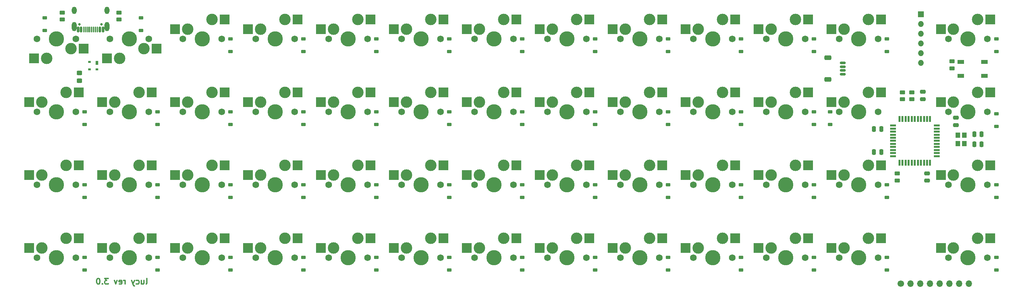
<source format=gbr>
%TF.GenerationSoftware,KiCad,Pcbnew,7.0.1-0*%
%TF.CreationDate,2023-04-12T11:46:53-05:00*%
%TF.ProjectId,pcb,7063622e-6b69-4636-9164-5f7063625858,rev?*%
%TF.SameCoordinates,Original*%
%TF.FileFunction,Soldermask,Bot*%
%TF.FilePolarity,Negative*%
%FSLAX46Y46*%
G04 Gerber Fmt 4.6, Leading zero omitted, Abs format (unit mm)*
G04 Created by KiCad (PCBNEW 7.0.1-0) date 2023-04-12 11:46:53*
%MOMM*%
%LPD*%
G01*
G04 APERTURE LIST*
G04 Aperture macros list*
%AMRoundRect*
0 Rectangle with rounded corners*
0 $1 Rounding radius*
0 $2 $3 $4 $5 $6 $7 $8 $9 X,Y pos of 4 corners*
0 Add a 4 corners polygon primitive as box body*
4,1,4,$2,$3,$4,$5,$6,$7,$8,$9,$2,$3,0*
0 Add four circle primitives for the rounded corners*
1,1,$1+$1,$2,$3*
1,1,$1+$1,$4,$5*
1,1,$1+$1,$6,$7*
1,1,$1+$1,$8,$9*
0 Add four rect primitives between the rounded corners*
20,1,$1+$1,$2,$3,$4,$5,0*
20,1,$1+$1,$4,$5,$6,$7,0*
20,1,$1+$1,$6,$7,$8,$9,0*
20,1,$1+$1,$8,$9,$2,$3,0*%
G04 Aperture macros list end*
%ADD10C,0.300000*%
%ADD11C,1.750000*%
%ADD12C,3.000000*%
%ADD13C,3.987800*%
%ADD14R,2.550000X2.500000*%
%ADD15RoundRect,0.225000X0.375000X-0.225000X0.375000X0.225000X-0.375000X0.225000X-0.375000X-0.225000X0*%
%ADD16RoundRect,0.250000X0.475000X-0.250000X0.475000X0.250000X-0.475000X0.250000X-0.475000X-0.250000X0*%
%ADD17RoundRect,0.250000X0.450000X-0.262500X0.450000X0.262500X-0.450000X0.262500X-0.450000X-0.262500X0*%
%ADD18RoundRect,0.250000X0.450000X-0.325000X0.450000X0.325000X-0.450000X0.325000X-0.450000X-0.325000X0*%
%ADD19RoundRect,0.250000X-0.250000X-0.475000X0.250000X-0.475000X0.250000X0.475000X-0.250000X0.475000X0*%
%ADD20RoundRect,0.250000X0.250000X0.475000X-0.250000X0.475000X-0.250000X-0.475000X0.250000X-0.475000X0*%
%ADD21C,0.650000*%
%ADD22RoundRect,0.150000X-0.150000X-0.575000X0.150000X-0.575000X0.150000X0.575000X-0.150000X0.575000X0*%
%ADD23RoundRect,0.075000X-0.075000X-0.650000X0.075000X-0.650000X0.075000X0.650000X-0.075000X0.650000X0*%
%ADD24O,1.300000X1.900000*%
%ADD25O,1.300000X2.400000*%
%ADD26R,1.200000X1.400000*%
%ADD27RoundRect,0.250000X-0.450000X0.262500X-0.450000X-0.262500X0.450000X-0.262500X0.450000X0.262500X0*%
%ADD28RoundRect,0.250000X-0.475000X0.250000X-0.475000X-0.250000X0.475000X-0.250000X0.475000X0.250000X0*%
%ADD29R,0.700000X1.000000*%
%ADD30R,0.700000X0.600000*%
%ADD31RoundRect,0.150000X0.625000X-0.150000X0.625000X0.150000X-0.625000X0.150000X-0.625000X-0.150000X0*%
%ADD32RoundRect,0.250000X0.650000X-0.350000X0.650000X0.350000X-0.650000X0.350000X-0.650000X-0.350000X0*%
%ADD33C,1.700000*%
%ADD34O,1.700000X1.700000*%
%ADD35R,0.550000X1.500000*%
%ADD36R,1.500000X0.550000*%
%ADD37O,1.524000X1.524000*%
%ADD38R,1.524000X1.524000*%
%ADD39R,1.800000X1.100000*%
G04 APERTURE END LIST*
D10*
X57971427Y-93843928D02*
X58114284Y-93772500D01*
X58114284Y-93772500D02*
X58185713Y-93629642D01*
X58185713Y-93629642D02*
X58185713Y-92343928D01*
X56757142Y-92843928D02*
X56757142Y-93843928D01*
X57399999Y-92843928D02*
X57399999Y-93629642D01*
X57399999Y-93629642D02*
X57328570Y-93772500D01*
X57328570Y-93772500D02*
X57185713Y-93843928D01*
X57185713Y-93843928D02*
X56971427Y-93843928D01*
X56971427Y-93843928D02*
X56828570Y-93772500D01*
X56828570Y-93772500D02*
X56757142Y-93701071D01*
X55399999Y-93772500D02*
X55542856Y-93843928D01*
X55542856Y-93843928D02*
X55828570Y-93843928D01*
X55828570Y-93843928D02*
X55971427Y-93772500D01*
X55971427Y-93772500D02*
X56042856Y-93701071D01*
X56042856Y-93701071D02*
X56114284Y-93558214D01*
X56114284Y-93558214D02*
X56114284Y-93129642D01*
X56114284Y-93129642D02*
X56042856Y-92986785D01*
X56042856Y-92986785D02*
X55971427Y-92915357D01*
X55971427Y-92915357D02*
X55828570Y-92843928D01*
X55828570Y-92843928D02*
X55542856Y-92843928D01*
X55542856Y-92843928D02*
X55399999Y-92915357D01*
X54899999Y-92843928D02*
X54542856Y-93843928D01*
X54185713Y-92843928D02*
X54542856Y-93843928D01*
X54542856Y-93843928D02*
X54685713Y-94201071D01*
X54685713Y-94201071D02*
X54757142Y-94272500D01*
X54757142Y-94272500D02*
X54899999Y-94343928D01*
X52471428Y-93843928D02*
X52471428Y-92843928D01*
X52471428Y-93129642D02*
X52399999Y-92986785D01*
X52399999Y-92986785D02*
X52328571Y-92915357D01*
X52328571Y-92915357D02*
X52185713Y-92843928D01*
X52185713Y-92843928D02*
X52042856Y-92843928D01*
X50971428Y-93772500D02*
X51114285Y-93843928D01*
X51114285Y-93843928D02*
X51400000Y-93843928D01*
X51400000Y-93843928D02*
X51542857Y-93772500D01*
X51542857Y-93772500D02*
X51614285Y-93629642D01*
X51614285Y-93629642D02*
X51614285Y-93058214D01*
X51614285Y-93058214D02*
X51542857Y-92915357D01*
X51542857Y-92915357D02*
X51400000Y-92843928D01*
X51400000Y-92843928D02*
X51114285Y-92843928D01*
X51114285Y-92843928D02*
X50971428Y-92915357D01*
X50971428Y-92915357D02*
X50900000Y-93058214D01*
X50900000Y-93058214D02*
X50900000Y-93201071D01*
X50900000Y-93201071D02*
X51614285Y-93343928D01*
X50400000Y-92843928D02*
X50042857Y-93843928D01*
X50042857Y-93843928D02*
X49685714Y-92843928D01*
X48114286Y-92343928D02*
X47185714Y-92343928D01*
X47185714Y-92343928D02*
X47685714Y-92915357D01*
X47685714Y-92915357D02*
X47471429Y-92915357D01*
X47471429Y-92915357D02*
X47328572Y-92986785D01*
X47328572Y-92986785D02*
X47257143Y-93058214D01*
X47257143Y-93058214D02*
X47185714Y-93201071D01*
X47185714Y-93201071D02*
X47185714Y-93558214D01*
X47185714Y-93558214D02*
X47257143Y-93701071D01*
X47257143Y-93701071D02*
X47328572Y-93772500D01*
X47328572Y-93772500D02*
X47471429Y-93843928D01*
X47471429Y-93843928D02*
X47900000Y-93843928D01*
X47900000Y-93843928D02*
X48042857Y-93772500D01*
X48042857Y-93772500D02*
X48114286Y-93701071D01*
X46542858Y-93701071D02*
X46471429Y-93772500D01*
X46471429Y-93772500D02*
X46542858Y-93843928D01*
X46542858Y-93843928D02*
X46614286Y-93772500D01*
X46614286Y-93772500D02*
X46542858Y-93701071D01*
X46542858Y-93701071D02*
X46542858Y-93843928D01*
X45542857Y-92343928D02*
X45400000Y-92343928D01*
X45400000Y-92343928D02*
X45257143Y-92415357D01*
X45257143Y-92415357D02*
X45185715Y-92486785D01*
X45185715Y-92486785D02*
X45114286Y-92629642D01*
X45114286Y-92629642D02*
X45042857Y-92915357D01*
X45042857Y-92915357D02*
X45042857Y-93272500D01*
X45042857Y-93272500D02*
X45114286Y-93558214D01*
X45114286Y-93558214D02*
X45185715Y-93701071D01*
X45185715Y-93701071D02*
X45257143Y-93772500D01*
X45257143Y-93772500D02*
X45400000Y-93843928D01*
X45400000Y-93843928D02*
X45542857Y-93843928D01*
X45542857Y-93843928D02*
X45685715Y-93772500D01*
X45685715Y-93772500D02*
X45757143Y-93701071D01*
X45757143Y-93701071D02*
X45828572Y-93558214D01*
X45828572Y-93558214D02*
X45900000Y-93272500D01*
X45900000Y-93272500D02*
X45900000Y-92915357D01*
X45900000Y-92915357D02*
X45828572Y-92629642D01*
X45828572Y-92629642D02*
X45757143Y-92486785D01*
X45757143Y-92486785D02*
X45685715Y-92415357D01*
X45685715Y-92415357D02*
X45542857Y-92343928D01*
D11*
%TO.C,MX42*%
X67548186Y-86915698D03*
D12*
X68818186Y-84375698D03*
D13*
X72628186Y-86915698D03*
D12*
X75168186Y-81835698D03*
D11*
X77708186Y-86915698D03*
D14*
X65543186Y-84375698D03*
X78470186Y-81835698D03*
%TD*%
D11*
%TO.C,MX9*%
X181848282Y-29765650D03*
D12*
X183118282Y-27225650D03*
D13*
X186928282Y-29765650D03*
D12*
X189468282Y-24685650D03*
D11*
X192008282Y-29765650D03*
D14*
X179843282Y-27225650D03*
X192770282Y-24685650D03*
%TD*%
D11*
%TO.C,MX3*%
X67548186Y-29765650D03*
D12*
X68818186Y-27225650D03*
D13*
X72628186Y-29765650D03*
D12*
X75168186Y-24685650D03*
D11*
X77708186Y-29765650D03*
D14*
X65543186Y-27225650D03*
X78470186Y-24685650D03*
%TD*%
D11*
%TO.C,MX41*%
X48498170Y-86915698D03*
D12*
X49768170Y-84375698D03*
D13*
X53578170Y-86915698D03*
D12*
X56118170Y-81835698D03*
D11*
X58658170Y-86915698D03*
D14*
X46493170Y-84375698D03*
X59420170Y-81835698D03*
%TD*%
D11*
%TO.C,MX25*%
X238998330Y-48815666D03*
D12*
X240268330Y-46275666D03*
D13*
X244078330Y-48815666D03*
D12*
X246618330Y-43735666D03*
D11*
X249158330Y-48815666D03*
D14*
X236993330Y-46275666D03*
X249920330Y-43735666D03*
%TD*%
D11*
%TO.C,MX22*%
X181848282Y-48815666D03*
D12*
X183118282Y-46275666D03*
D13*
X186928282Y-48815666D03*
D12*
X189468282Y-43735666D03*
D11*
X192008282Y-48815666D03*
D14*
X179843282Y-46275666D03*
X192770282Y-43735666D03*
%TD*%
D11*
%TO.C,MX49*%
X200898298Y-86915698D03*
D12*
X202168298Y-84375698D03*
D13*
X205978298Y-86915698D03*
D12*
X208518298Y-81835698D03*
D11*
X211058298Y-86915698D03*
D14*
X198893298Y-84375698D03*
X211820298Y-81835698D03*
%TD*%
D11*
%TO.C,MX10*%
X200898298Y-29765650D03*
D12*
X202168298Y-27225650D03*
D13*
X205978298Y-29765650D03*
D12*
X208518298Y-24685650D03*
D11*
X211058298Y-29765650D03*
D14*
X198893298Y-27225650D03*
X211820298Y-24685650D03*
%TD*%
D11*
%TO.C,MX19*%
X124698234Y-48815666D03*
D12*
X125968234Y-46275666D03*
D13*
X129778234Y-48815666D03*
D12*
X132318234Y-43735666D03*
D11*
X134858234Y-48815666D03*
D14*
X122693234Y-46275666D03*
X135620234Y-43735666D03*
%TD*%
D11*
%TO.C,MX21*%
X162798266Y-48815666D03*
D12*
X164068266Y-46275666D03*
D13*
X167878266Y-48815666D03*
D12*
X170418266Y-43735666D03*
D11*
X172958266Y-48815666D03*
D14*
X160793266Y-46275666D03*
X173720266Y-43735666D03*
%TD*%
D11*
%TO.C,MX16*%
X67548186Y-48815666D03*
D12*
X68818186Y-46275666D03*
D13*
X72628186Y-48815666D03*
D12*
X75168186Y-43735666D03*
D11*
X77708186Y-48815666D03*
D14*
X65543186Y-46275666D03*
X78470186Y-43735666D03*
%TD*%
D11*
%TO.C,MX32*%
X124698234Y-67865682D03*
D12*
X125968234Y-65325682D03*
D13*
X129778234Y-67865682D03*
D12*
X132318234Y-62785682D03*
D11*
X134858234Y-67865682D03*
D14*
X122693234Y-65325682D03*
X135620234Y-62785682D03*
%TD*%
D11*
%TO.C,MX8*%
X162798266Y-29765650D03*
D12*
X164068266Y-27225650D03*
D13*
X167878266Y-29765650D03*
D12*
X170418266Y-24685650D03*
D11*
X172958266Y-29765650D03*
D14*
X160793266Y-27225650D03*
X173720266Y-24685650D03*
%TD*%
D11*
%TO.C,MX33*%
X143748250Y-67865682D03*
D12*
X145018250Y-65325682D03*
D13*
X148828250Y-67865682D03*
D12*
X151368250Y-62785682D03*
D11*
X153908250Y-67865682D03*
D14*
X141743250Y-65325682D03*
X154670250Y-62785682D03*
%TD*%
D11*
%TO.C,MX37*%
X219948314Y-67865682D03*
D12*
X221218314Y-65325682D03*
D13*
X225028314Y-67865682D03*
D12*
X227568314Y-62785682D03*
D11*
X230108314Y-67865682D03*
D14*
X217943314Y-65325682D03*
X230870314Y-62785682D03*
%TD*%
D11*
%TO.C,MX34*%
X162798266Y-67865682D03*
D12*
X164068266Y-65325682D03*
D13*
X167878266Y-67865682D03*
D12*
X170418266Y-62785682D03*
D11*
X172958266Y-67865682D03*
D14*
X160793266Y-65325682D03*
X173720266Y-62785682D03*
%TD*%
D11*
%TO.C,MX28*%
X48498170Y-67865682D03*
D12*
X49768170Y-65325682D03*
D13*
X53578170Y-67865682D03*
D12*
X56118170Y-62785682D03*
D11*
X58658170Y-67865682D03*
D14*
X46493170Y-65325682D03*
X59420170Y-62785682D03*
%TD*%
D11*
%TO.C,MX47*%
X162798266Y-86915698D03*
D12*
X164068266Y-84375698D03*
D13*
X167878266Y-86915698D03*
D12*
X170418266Y-81835698D03*
D11*
X172958266Y-86915698D03*
D14*
X160793266Y-84375698D03*
X173720266Y-81835698D03*
%TD*%
D11*
%TO.C,MX45*%
X124698234Y-86915698D03*
D12*
X125968234Y-84375698D03*
D13*
X129778234Y-86915698D03*
D12*
X132318234Y-81835698D03*
D11*
X134858234Y-86915698D03*
D14*
X122693234Y-84375698D03*
X135620234Y-81835698D03*
%TD*%
D11*
%TO.C,MX4*%
X86598202Y-29765650D03*
D12*
X87868202Y-27225650D03*
D13*
X91678202Y-29765650D03*
D12*
X94218202Y-24685650D03*
D11*
X96758202Y-29765650D03*
D14*
X84593202Y-27225650D03*
X97520202Y-24685650D03*
%TD*%
D11*
%TO.C,MX29*%
X67548186Y-67865682D03*
D12*
X68818186Y-65325682D03*
D13*
X72628186Y-67865682D03*
D12*
X75168186Y-62785682D03*
D11*
X77708186Y-67865682D03*
D14*
X65543186Y-65325682D03*
X78470186Y-62785682D03*
%TD*%
D11*
%TO.C,MX7*%
X143748250Y-29765650D03*
D12*
X145018250Y-27225650D03*
D13*
X148828250Y-29765650D03*
D12*
X151368250Y-24685650D03*
D11*
X153908250Y-29765650D03*
D14*
X141743250Y-27225650D03*
X154670250Y-24685650D03*
%TD*%
D11*
%TO.C,MX18*%
X105648218Y-48815666D03*
D12*
X106918218Y-46275666D03*
D13*
X110728218Y-48815666D03*
D12*
X113268218Y-43735666D03*
D11*
X115808218Y-48815666D03*
D14*
X103643218Y-46275666D03*
X116570218Y-43735666D03*
%TD*%
D11*
%TO.C,MX39*%
X267573354Y-67865682D03*
D12*
X268843354Y-65325682D03*
D13*
X272653354Y-67865682D03*
D12*
X275193354Y-62785682D03*
D11*
X277733354Y-67865682D03*
D14*
X265568354Y-65325682D03*
X278495354Y-62785682D03*
%TD*%
D11*
%TO.C,MX24*%
X219948314Y-48815666D03*
D12*
X221218314Y-46275666D03*
D13*
X225028314Y-48815666D03*
D12*
X227568314Y-43735666D03*
D11*
X230108314Y-48815666D03*
D14*
X217943314Y-46275666D03*
X230870314Y-43735666D03*
%TD*%
D11*
%TO.C,MX43*%
X86598202Y-86915698D03*
D12*
X87868202Y-84375698D03*
D13*
X91678202Y-86915698D03*
D12*
X94218202Y-81835698D03*
D11*
X96758202Y-86915698D03*
D14*
X84593202Y-84375698D03*
X97520202Y-81835698D03*
%TD*%
D11*
%TO.C,MX13*%
X267573354Y-29765650D03*
D12*
X268843354Y-27225650D03*
D13*
X272653354Y-29765650D03*
D12*
X275193354Y-24685650D03*
D11*
X277733354Y-29765650D03*
D14*
X265568354Y-27225650D03*
X278495354Y-24685650D03*
%TD*%
D11*
%TO.C,MX6*%
X124698234Y-29765650D03*
D12*
X125968234Y-27225650D03*
D13*
X129778234Y-29765650D03*
D12*
X132318234Y-24685650D03*
D11*
X134858234Y-29765650D03*
D14*
X122693234Y-27225650D03*
X135620234Y-24685650D03*
%TD*%
D11*
%TO.C,MX36*%
X200898298Y-67865682D03*
D12*
X202168298Y-65325682D03*
D13*
X205978298Y-67865682D03*
D12*
X208518298Y-62785682D03*
D11*
X211058298Y-67865682D03*
D14*
X198893298Y-65325682D03*
X211820298Y-62785682D03*
%TD*%
D11*
%TO.C,MX30*%
X86598202Y-67865682D03*
D12*
X87868202Y-65325682D03*
D13*
X91678202Y-67865682D03*
D12*
X94218202Y-62785682D03*
D11*
X96758202Y-67865682D03*
D14*
X84593202Y-65325682D03*
X97520202Y-62785682D03*
%TD*%
D11*
%TO.C,MX35*%
X181848282Y-67865682D03*
D12*
X183118282Y-65325682D03*
D13*
X186928282Y-67865682D03*
D12*
X189468282Y-62785682D03*
D11*
X192008282Y-67865682D03*
D14*
X179843282Y-65325682D03*
X192770282Y-62785682D03*
%TD*%
D11*
%TO.C,MX15*%
X48498170Y-48815666D03*
D12*
X49768170Y-46275666D03*
D13*
X53578170Y-48815666D03*
D12*
X56118170Y-43735666D03*
D11*
X58658170Y-48815666D03*
D14*
X46493170Y-46275666D03*
X59420170Y-43735666D03*
%TD*%
D11*
%TO.C,MX48*%
X181848282Y-86915698D03*
D12*
X183118282Y-84375698D03*
D13*
X186928282Y-86915698D03*
D12*
X189468282Y-81835698D03*
D11*
X192008282Y-86915698D03*
D14*
X179843282Y-84375698D03*
X192770282Y-81835698D03*
%TD*%
D11*
%TO.C,MX31*%
X105648218Y-67865682D03*
D12*
X106918218Y-65325682D03*
D13*
X110728218Y-67865682D03*
D12*
X113268218Y-62785682D03*
D11*
X115808218Y-67865682D03*
D14*
X103643218Y-65325682D03*
X116570218Y-62785682D03*
%TD*%
D11*
%TO.C,MX17*%
X86598202Y-48815666D03*
D12*
X87868202Y-46275666D03*
D13*
X91678202Y-48815666D03*
D12*
X94218202Y-43735666D03*
D11*
X96758202Y-48815666D03*
D14*
X84593202Y-46275666D03*
X97520202Y-43735666D03*
%TD*%
D11*
%TO.C,MX51*%
X238998330Y-86915698D03*
D12*
X240268330Y-84375698D03*
D13*
X244078330Y-86915698D03*
D12*
X246618330Y-81835698D03*
D11*
X249158330Y-86915698D03*
D14*
X236993330Y-84375698D03*
X249920330Y-81835698D03*
%TD*%
D11*
%TO.C,MX44*%
X105648218Y-86915698D03*
D12*
X106918218Y-84375698D03*
D13*
X110728218Y-86915698D03*
D12*
X113268218Y-81835698D03*
D11*
X115808218Y-86915698D03*
D14*
X103643218Y-84375698D03*
X116570218Y-81835698D03*
%TD*%
D11*
%TO.C,MX27*%
X29448154Y-67865682D03*
D12*
X30718154Y-65325682D03*
D13*
X34528154Y-67865682D03*
D12*
X37068154Y-62785682D03*
D11*
X39608154Y-67865682D03*
D14*
X27443154Y-65325682D03*
X40370154Y-62785682D03*
%TD*%
D11*
%TO.C,MX40*%
X29448154Y-86915698D03*
D12*
X30718154Y-84375698D03*
D13*
X34528154Y-86915698D03*
D12*
X37068154Y-81835698D03*
D11*
X39608154Y-86915698D03*
D14*
X27443154Y-84375698D03*
X40370154Y-81835698D03*
%TD*%
D11*
%TO.C,MX12*%
X238998330Y-29765650D03*
D12*
X240268330Y-27225650D03*
D13*
X244078330Y-29765650D03*
D12*
X246618330Y-24685650D03*
D11*
X249158330Y-29765650D03*
D14*
X236993330Y-27225650D03*
X249920330Y-24685650D03*
%TD*%
D11*
%TO.C,MX11*%
X219948314Y-29765650D03*
D12*
X221218314Y-27225650D03*
D13*
X225028314Y-29765650D03*
D12*
X227568314Y-24685650D03*
D11*
X230108314Y-29765650D03*
D14*
X217943314Y-27225650D03*
X230870314Y-24685650D03*
%TD*%
D11*
%TO.C,MX23*%
X200898298Y-48815666D03*
D12*
X202168298Y-46275666D03*
D13*
X205978298Y-48815666D03*
D12*
X208518298Y-43735666D03*
D11*
X211058298Y-48815666D03*
D14*
X198893298Y-46275666D03*
X211820298Y-43735666D03*
%TD*%
D11*
%TO.C,MX52*%
X267573354Y-86915698D03*
D12*
X268843354Y-84375698D03*
D13*
X272653354Y-86915698D03*
D12*
X275193354Y-81835698D03*
D11*
X277733354Y-86915698D03*
D14*
X265568354Y-84375698D03*
X278495354Y-81835698D03*
%TD*%
D11*
%TO.C,MX2*%
X58658170Y-29765650D03*
D12*
X57388170Y-32305650D03*
D13*
X53578170Y-29765650D03*
D12*
X51038170Y-34845650D03*
D11*
X48498170Y-29765650D03*
D14*
X60663170Y-32305650D03*
X47736170Y-34845650D03*
%TD*%
D11*
%TO.C,MX50*%
X219948314Y-86915698D03*
D12*
X221218314Y-84375698D03*
D13*
X225028314Y-86915698D03*
D12*
X227568314Y-81835698D03*
D11*
X230108314Y-86915698D03*
D14*
X217943314Y-84375698D03*
X230870314Y-81835698D03*
%TD*%
D11*
%TO.C,MX20*%
X143748250Y-48815666D03*
D12*
X145018250Y-46275666D03*
D13*
X148828250Y-48815666D03*
D12*
X151368250Y-43735666D03*
D11*
X153908250Y-48815666D03*
D14*
X141743250Y-46275666D03*
X154670250Y-43735666D03*
%TD*%
D11*
%TO.C,MX26*%
X267573354Y-48815666D03*
D12*
X268843354Y-46275666D03*
D13*
X272653354Y-48815666D03*
D12*
X275193354Y-43735666D03*
D11*
X277733354Y-48815666D03*
D14*
X265568354Y-46275666D03*
X278495354Y-43735666D03*
%TD*%
D11*
%TO.C,MX1*%
X39608154Y-29765650D03*
D12*
X38338154Y-32305650D03*
D13*
X34528154Y-29765650D03*
D12*
X31988154Y-34845650D03*
D11*
X29448154Y-29765650D03*
D14*
X41613154Y-32305650D03*
X28686154Y-34845650D03*
%TD*%
D11*
%TO.C,MX38*%
X238998330Y-67865682D03*
D12*
X240268330Y-65325682D03*
D13*
X244078330Y-67865682D03*
D12*
X246618330Y-62785682D03*
D11*
X249158330Y-67865682D03*
D14*
X236993330Y-65325682D03*
X249920330Y-62785682D03*
%TD*%
D11*
%TO.C,MX5*%
X105648218Y-29765650D03*
D12*
X106918218Y-27225650D03*
D13*
X110728218Y-29765650D03*
D12*
X113268218Y-24685650D03*
D11*
X115808218Y-29765650D03*
D14*
X103643218Y-27225650D03*
X116570218Y-24685650D03*
%TD*%
D11*
%TO.C,MX46*%
X143748250Y-86915698D03*
D12*
X145018250Y-84375698D03*
D13*
X148828250Y-86915698D03*
D12*
X151368250Y-81835698D03*
D11*
X153908250Y-86915698D03*
D14*
X141743250Y-84375698D03*
X154670250Y-81835698D03*
%TD*%
D11*
%TO.C,MX14*%
X29448154Y-48815666D03*
D12*
X30718154Y-46275666D03*
D13*
X34528154Y-48815666D03*
D12*
X37068154Y-43735666D03*
D11*
X39608154Y-48815666D03*
D14*
X27443154Y-46275666D03*
X40370154Y-43735666D03*
%TD*%
D15*
%TO.C,D7*%
X156225000Y-33075000D03*
X156225000Y-29775000D03*
%TD*%
D16*
%TO.C,C4*%
X269450000Y-52300000D03*
X269450000Y-50400000D03*
%TD*%
D17*
%TO.C,RSW1*%
X268450000Y-37462500D03*
X268450000Y-35637500D03*
%TD*%
D15*
%TO.C,D8*%
X175275000Y-33075000D03*
X175275000Y-29775000D03*
%TD*%
%TO.C,D14*%
X41925000Y-52125000D03*
X41925000Y-48825000D03*
%TD*%
%TO.C,D35*%
X194325000Y-71200000D03*
X194325000Y-67900000D03*
%TD*%
%TO.C,D11*%
X232425000Y-33075000D03*
X232425000Y-29775000D03*
%TD*%
D18*
%TO.C,F1*%
X40550000Y-40750000D03*
X40550000Y-38700000D03*
%TD*%
D15*
%TO.C,D39*%
X280050000Y-71200000D03*
X280050000Y-67900000D03*
%TD*%
%TO.C,D46*%
X156225000Y-90200000D03*
X156225000Y-86900000D03*
%TD*%
%TO.C,D40*%
X41925000Y-90200000D03*
X41925000Y-86900000D03*
%TD*%
D19*
%TO.C,CX1*%
X274300000Y-54650000D03*
X276200000Y-54650000D03*
%TD*%
D20*
%TO.C,C1*%
X249975000Y-53325000D03*
X248075000Y-53325000D03*
%TD*%
D21*
%TO.C,USB1*%
X40567849Y-26013085D03*
X46347849Y-26013085D03*
D22*
X40207849Y-27339085D03*
X41007849Y-27339085D03*
D23*
X42207849Y-27339085D03*
X43203849Y-27339085D03*
X43707849Y-27339085D03*
X44707849Y-27339085D03*
D22*
X46707849Y-27339085D03*
X45907849Y-27339085D03*
D23*
X45207849Y-27339085D03*
X44207849Y-27339085D03*
X42707849Y-27339085D03*
X41707849Y-27339085D03*
D24*
X39157849Y-22364085D03*
D25*
X39157849Y-26564085D03*
D24*
X47757849Y-22364085D03*
D25*
X47757849Y-26564085D03*
%TD*%
D15*
%TO.C,D4*%
X99075000Y-33075000D03*
X99075000Y-29775000D03*
%TD*%
D26*
%TO.C,Y1*%
X271700000Y-54925000D03*
X271700000Y-57125000D03*
X270000000Y-57125000D03*
X270000000Y-54925000D03*
%TD*%
D20*
%TO.C,C2*%
X249975000Y-59375000D03*
X248075000Y-59375000D03*
%TD*%
D15*
%TO.C,D29*%
X80025000Y-71200000D03*
X80025000Y-67900000D03*
%TD*%
%TO.C,D24*%
X232425000Y-52125000D03*
X232425000Y-48825000D03*
%TD*%
%TO.C,D31*%
X118125000Y-71200000D03*
X118125000Y-67900000D03*
%TD*%
%TO.C,D45*%
X137175000Y-90200000D03*
X137175000Y-86900000D03*
%TD*%
%TO.C,D16*%
X80025000Y-52125000D03*
X80025000Y-48825000D03*
%TD*%
%TO.C,D41*%
X60975000Y-90200000D03*
X60975000Y-86900000D03*
%TD*%
%TO.C,D13*%
X280050000Y-33075000D03*
X280050000Y-29775000D03*
%TD*%
%TO.C,D49*%
X213375000Y-90200000D03*
X213375000Y-86900000D03*
%TD*%
D27*
%TO.C,R3*%
X257975000Y-43737500D03*
X257975000Y-45562500D03*
%TD*%
D15*
%TO.C,D51*%
X251475000Y-90200000D03*
X251475000Y-86900000D03*
%TD*%
%TO.C,D50*%
X232425000Y-90200000D03*
X232425000Y-86900000D03*
%TD*%
D16*
%TO.C,C5*%
X260875000Y-45525000D03*
X260875000Y-43625000D03*
%TD*%
D15*
%TO.C,D52*%
X280050000Y-90200000D03*
X280050000Y-86900000D03*
%TD*%
D17*
%TO.C,R2*%
X255550000Y-45562500D03*
X255550000Y-43737500D03*
%TD*%
D15*
%TO.C,D37*%
X232425000Y-71200000D03*
X232425000Y-67900000D03*
%TD*%
%TO.C,D3*%
X80025000Y-33075000D03*
X80025000Y-29775000D03*
%TD*%
D28*
%TO.C,C3*%
X261950000Y-64925000D03*
X261950000Y-66825000D03*
%TD*%
D15*
%TO.C,D18*%
X118125000Y-52125000D03*
X118125000Y-48825000D03*
%TD*%
%TO.C,D28*%
X60975000Y-71200000D03*
X60975000Y-67900000D03*
%TD*%
%TO.C,D32*%
X137175000Y-71200000D03*
X137175000Y-67900000D03*
%TD*%
D27*
%TO.C,RCC2*%
X50850000Y-22912500D03*
X50850000Y-24737500D03*
%TD*%
D15*
%TO.C,D5*%
X118125000Y-33075000D03*
X118125000Y-29775000D03*
%TD*%
%TO.C,D27*%
X41925000Y-71200000D03*
X41925000Y-67900000D03*
%TD*%
D29*
%TO.C,U2*%
X45150000Y-36025000D03*
D30*
X45150000Y-37725000D03*
X43150000Y-37725000D03*
X43150000Y-35825000D03*
%TD*%
D15*
%TO.C,D48*%
X194325000Y-90200000D03*
X194325000Y-86900000D03*
%TD*%
%TO.C,D34*%
X175275000Y-71200000D03*
X175275000Y-67900000D03*
%TD*%
%TO.C,D20*%
X156225000Y-52125000D03*
X156225000Y-48825000D03*
%TD*%
D31*
%TO.C,J3*%
X239900000Y-39050000D03*
X239900000Y-38050000D03*
X239900000Y-37050000D03*
X239900000Y-36050000D03*
D32*
X236025000Y-40350000D03*
X236025000Y-34750000D03*
%TD*%
D15*
%TO.C,D19*%
X137175000Y-52125000D03*
X137175000Y-48825000D03*
%TD*%
D17*
%TO.C,R1*%
X254125000Y-66775000D03*
X254125000Y-64950000D03*
%TD*%
D33*
%TO.C,J5*%
X255075000Y-93750000D03*
D34*
X257615000Y-93750000D03*
X260155000Y-93750000D03*
X262695000Y-93750000D03*
X265235000Y-93750000D03*
X267775000Y-93750000D03*
X270315000Y-93750000D03*
X272855000Y-93750000D03*
%TD*%
D15*
%TO.C,D6*%
X137175000Y-33075000D03*
X137175000Y-29775000D03*
%TD*%
%TO.C,D12*%
X251475000Y-33075000D03*
X251475000Y-29775000D03*
%TD*%
%TO.C,D30*%
X99075000Y-71200000D03*
X99075000Y-67900000D03*
%TD*%
%TO.C,D2*%
X56675000Y-27600000D03*
X56675000Y-24300000D03*
%TD*%
D19*
%TO.C,CX2*%
X274300000Y-57350000D03*
X276200000Y-57350000D03*
%TD*%
D15*
%TO.C,D33*%
X156225000Y-71200000D03*
X156225000Y-67900000D03*
%TD*%
%TO.C,D22*%
X194325000Y-52125000D03*
X194325000Y-48825000D03*
%TD*%
D27*
%TO.C,RCC1*%
X36100000Y-22912500D03*
X36100000Y-24737500D03*
%TD*%
D15*
%TO.C,D36*%
X213375000Y-71200000D03*
X213375000Y-67900000D03*
%TD*%
D35*
%TO.C,U1*%
X254750000Y-50725000D03*
X255550000Y-50725000D03*
X256350000Y-50725000D03*
X257150000Y-50725000D03*
X257950000Y-50725000D03*
X258750000Y-50725000D03*
X259550000Y-50725000D03*
X260350000Y-50725000D03*
X261150000Y-50725000D03*
X261950000Y-50725000D03*
X262750000Y-50725000D03*
D36*
X264450000Y-52425000D03*
X264450000Y-53225000D03*
X264450000Y-54025000D03*
X264450000Y-54825000D03*
X264450000Y-55625000D03*
X264450000Y-56425000D03*
X264450000Y-57225000D03*
X264450000Y-58025000D03*
X264450000Y-58825000D03*
X264450000Y-59625000D03*
X264450000Y-60425000D03*
D35*
X262750000Y-62125000D03*
X261950000Y-62125000D03*
X261150000Y-62125000D03*
X260350000Y-62125000D03*
X259550000Y-62125000D03*
X258750000Y-62125000D03*
X257950000Y-62125000D03*
X257150000Y-62125000D03*
X256350000Y-62125000D03*
X255550000Y-62125000D03*
X254750000Y-62125000D03*
D36*
X253050000Y-60425000D03*
X253050000Y-59625000D03*
X253050000Y-58825000D03*
X253050000Y-58025000D03*
X253050000Y-57225000D03*
X253050000Y-56425000D03*
X253050000Y-55625000D03*
X253050000Y-54825000D03*
X253050000Y-54025000D03*
X253050000Y-53225000D03*
X253050000Y-52425000D03*
%TD*%
D15*
%TO.C,D43*%
X99075000Y-90200000D03*
X99075000Y-86900000D03*
%TD*%
%TO.C,D47*%
X175275000Y-90200000D03*
X175275000Y-86900000D03*
%TD*%
%TO.C,D9*%
X194325000Y-33075000D03*
X194325000Y-29775000D03*
%TD*%
%TO.C,D1*%
X31450000Y-27600000D03*
X31450000Y-24300000D03*
%TD*%
%TO.C,D21*%
X175275000Y-52125000D03*
X175275000Y-48825000D03*
%TD*%
%TO.C,D38*%
X251475000Y-71200000D03*
X251475000Y-67900000D03*
%TD*%
%TO.C,D15*%
X60975000Y-52125000D03*
X60975000Y-48825000D03*
%TD*%
D37*
%TO.C,J2*%
X260375000Y-36050000D03*
X260375000Y-25890000D03*
X260375000Y-30970000D03*
X260375000Y-33510000D03*
X260375000Y-28430000D03*
D38*
X260375000Y-23350000D03*
%TD*%
D39*
%TO.C,SW1*%
X276950000Y-35775000D03*
X270750000Y-39475000D03*
X276950000Y-39475000D03*
X270750000Y-35775000D03*
%TD*%
D15*
%TO.C,D23*%
X213375000Y-52125000D03*
X213375000Y-48825000D03*
%TD*%
%TO.C,D25*%
X236675000Y-52125000D03*
X236675000Y-48825000D03*
%TD*%
%TO.C,D42*%
X80025000Y-90200000D03*
X80025000Y-86900000D03*
%TD*%
%TO.C,D26*%
X280050000Y-52650000D03*
X280050000Y-49350000D03*
%TD*%
%TO.C,D10*%
X213375000Y-33075000D03*
X213375000Y-29775000D03*
%TD*%
%TO.C,D44*%
X118125000Y-90200000D03*
X118125000Y-86900000D03*
%TD*%
%TO.C,D17*%
X99075000Y-52125000D03*
X99075000Y-48825000D03*
%TD*%
M02*

</source>
